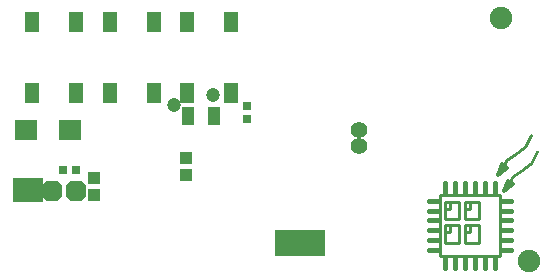
<source format=gbs>
G04 Layer_Color=16711935*
%FSLAX25Y25*%
%MOIN*%
G70*
G01*
G75*
%ADD43C,0.00984*%
%ADD44C,0.01181*%
%ADD45C,0.01575*%
%ADD52C,0.04724*%
%ADD60C,0.01000*%
%ADD65R,0.02756X0.03150*%
%ADD66R,0.03150X0.02756*%
%ADD67R,0.04331X0.03937*%
%ADD97R,0.16535X0.08661*%
%ADD98R,0.09843X0.07874*%
%ADD99C,0.05512*%
%ADD100C,0.07480*%
G04:AMPARAMS|DCode=101|XSize=66.93mil|YSize=66.93mil|CornerRadius=0mil|HoleSize=0mil|Usage=FLASHONLY|Rotation=90.000|XOffset=0mil|YOffset=0mil|HoleType=Round|Shape=Octagon|*
%AMOCTAGOND101*
4,1,8,0.01673,0.03347,-0.01673,0.03347,-0.03347,0.01673,-0.03347,-0.01673,-0.01673,-0.03347,0.01673,-0.03347,0.03347,-0.01673,0.03347,0.01673,0.01673,0.03347,0.0*
%
%ADD101OCTAGOND101*%

%ADD102R,0.03937X0.06299*%
%ADD103R,0.04724X0.06693*%
%ADD104R,0.07677X0.06693*%
D43*
X143209Y-84449D02*
Y-63976D01*
Y-84449D02*
X162894D01*
Y-63976D01*
X143209D02*
X162894D01*
X151476Y-74213D02*
X156201D01*
Y-80118D02*
Y-74213D01*
X151476Y-80118D02*
X156201D01*
X151476D02*
Y-74213D01*
Y-76575D02*
X153051D01*
Y-74213D01*
X144783D02*
X149508D01*
Y-80118D02*
Y-74213D01*
X144783Y-80118D02*
X149508D01*
X144783D02*
Y-74213D01*
Y-76575D02*
X146358D01*
Y-74213D01*
X151476Y-66339D02*
X156201D01*
Y-72244D02*
Y-66339D01*
X151476Y-72244D02*
X156201D01*
X151476D02*
Y-66339D01*
Y-68701D02*
X153051D01*
Y-66339D01*
X146358Y-68701D02*
Y-66339D01*
X144783Y-68701D02*
X146358D01*
X144783Y-72244D02*
Y-66339D01*
Y-72244D02*
X149508D01*
Y-66339D01*
X144783D02*
X149508D01*
D44*
X162500Y-57284D02*
X165256Y-54921D01*
X163681Y-53740D02*
X165256Y-54921D01*
X162500Y-57284D02*
X163681Y-53740D01*
X162500Y-57284D02*
X164075Y-54921D01*
X164469Y-62795D02*
X167224Y-60433D01*
X165650Y-59252D02*
X167224Y-60433D01*
X164469Y-62795D02*
X165650Y-59252D01*
X164469Y-62795D02*
X166043Y-60433D01*
D45*
X161319Y-88386D02*
Y-84842D01*
X158012Y-88386D02*
Y-84842D01*
X154705Y-88386D02*
Y-84842D01*
X151398Y-88386D02*
Y-84842D01*
X148091Y-88386D02*
Y-84842D01*
X144783Y-88386D02*
Y-84842D01*
X163287Y-82480D02*
X166831D01*
X163287Y-79173D02*
X166831D01*
X163287Y-75866D02*
X166831D01*
X163287Y-72559D02*
X166831D01*
X163287Y-69252D02*
X166831D01*
X163287Y-65945D02*
X166831D01*
X139272Y-82480D02*
X142815D01*
X139272Y-79173D02*
X142815D01*
X139272Y-75866D02*
X142815D01*
X139272Y-72559D02*
X142815D01*
X139272Y-69252D02*
X142815D01*
X139272Y-65945D02*
X142815D01*
X161319Y-63583D02*
Y-60039D01*
X158012Y-63583D02*
Y-60039D01*
X154705Y-63583D02*
Y-60039D01*
X151398Y-63583D02*
Y-60039D01*
X148091Y-63583D02*
Y-60039D01*
X144783Y-63583D02*
Y-60039D01*
D52*
X54331Y-34154D02*
D03*
X67323Y-30709D02*
D03*
D60*
X168403Y-50584D02*
G03*
X173559Y-44281I-3841J8402D01*
G01*
X168403Y-50584D02*
G03*
X163681Y-55709I2627J-7159D01*
G01*
X170372Y-56096D02*
G03*
X175528Y-49793I-3841J8402D01*
G01*
X170372Y-56096D02*
G03*
X165650Y-61221I2627J-7159D01*
G01*
D65*
X78642Y-38760D02*
D03*
Y-34468D02*
D03*
D66*
X21732Y-55709D02*
D03*
X17441D02*
D03*
D67*
X58268Y-51772D02*
D03*
Y-57284D02*
D03*
X27854Y-58465D02*
D03*
Y-63976D02*
D03*
D97*
X96260Y-79921D02*
D03*
D98*
X5709Y-62303D02*
D03*
D99*
X116142Y-47835D02*
D03*
Y-42421D02*
D03*
D100*
X163287Y-4921D02*
D03*
X172835Y-86122D02*
D03*
D101*
X13878Y-62697D02*
D03*
X21654Y-62795D02*
D03*
D102*
X58957Y-37598D02*
D03*
X67618D02*
D03*
D103*
X7185Y-6496D02*
D03*
Y-30118D02*
D03*
X21752D02*
D03*
Y-6496D02*
D03*
X58858D02*
D03*
Y-30118D02*
D03*
X73425D02*
D03*
Y-6496D02*
D03*
X33022D02*
D03*
Y-30118D02*
D03*
X47589D02*
D03*
Y-6496D02*
D03*
D104*
X5020Y-42520D02*
D03*
X19783D02*
D03*
M02*

</source>
